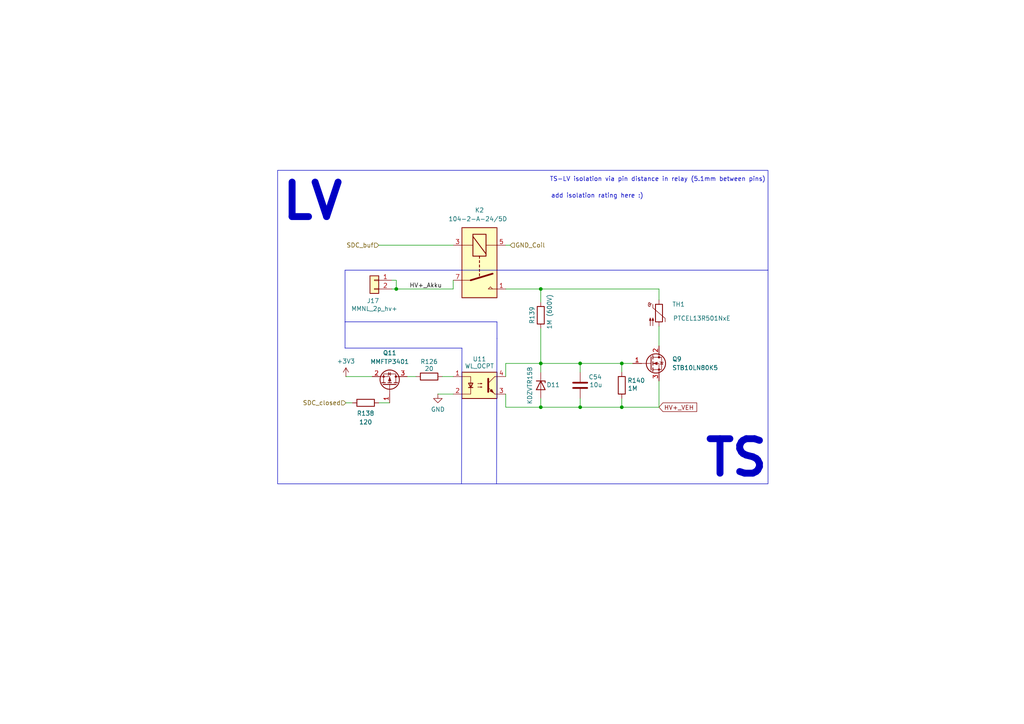
<source format=kicad_sch>
(kicad_sch
	(version 20231120)
	(generator "eeschema")
	(generator_version "8.0")
	(uuid "13e073e0-08f3-43ce-a5c5-b3a3660479c2")
	(paper "A4")
	(lib_symbols
		(symbol "Connector_Generic:Conn_01x02"
			(pin_names
				(offset 1.016) hide)
			(exclude_from_sim no)
			(in_bom yes)
			(on_board yes)
			(property "Reference" "J"
				(at 0 2.54 0)
				(effects
					(font
						(size 1.27 1.27)
					)
				)
			)
			(property "Value" "Conn_01x02"
				(at 0 -5.08 0)
				(effects
					(font
						(size 1.27 1.27)
					)
				)
			)
			(property "Footprint" ""
				(at 0 0 0)
				(effects
					(font
						(size 1.27 1.27)
					)
					(hide yes)
				)
			)
			(property "Datasheet" "~"
				(at 0 0 0)
				(effects
					(font
						(size 1.27 1.27)
					)
					(hide yes)
				)
			)
			(property "Description" "Generic connector, single row, 01x02, script generated (kicad-library-utils/schlib/autogen/connector/)"
				(at 0 0 0)
				(effects
					(font
						(size 1.27 1.27)
					)
					(hide yes)
				)
			)
			(property "ki_keywords" "connector"
				(at 0 0 0)
				(effects
					(font
						(size 1.27 1.27)
					)
					(hide yes)
				)
			)
			(property "ki_fp_filters" "Connector*:*_1x??_*"
				(at 0 0 0)
				(effects
					(font
						(size 1.27 1.27)
					)
					(hide yes)
				)
			)
			(symbol "Conn_01x02_1_1"
				(rectangle
					(start -1.27 -2.413)
					(end 0 -2.667)
					(stroke
						(width 0.1524)
						(type default)
					)
					(fill
						(type none)
					)
				)
				(rectangle
					(start -1.27 0.127)
					(end 0 -0.127)
					(stroke
						(width 0.1524)
						(type default)
					)
					(fill
						(type none)
					)
				)
				(rectangle
					(start -1.27 1.27)
					(end 1.27 -3.81)
					(stroke
						(width 0.254)
						(type default)
					)
					(fill
						(type background)
					)
				)
				(pin passive line
					(at -5.08 0 0)
					(length 3.81)
					(name "Pin_1"
						(effects
							(font
								(size 1.27 1.27)
							)
						)
					)
					(number "1"
						(effects
							(font
								(size 1.27 1.27)
							)
						)
					)
				)
				(pin passive line
					(at -5.08 -2.54 0)
					(length 3.81)
					(name "Pin_2"
						(effects
							(font
								(size 1.27 1.27)
							)
						)
					)
					(number "2"
						(effects
							(font
								(size 1.27 1.27)
							)
						)
					)
				)
			)
		)
		(symbol "Device:C"
			(pin_numbers hide)
			(pin_names
				(offset 0.254)
			)
			(exclude_from_sim no)
			(in_bom yes)
			(on_board yes)
			(property "Reference" "C"
				(at 0.635 2.54 0)
				(effects
					(font
						(size 1.27 1.27)
					)
					(justify left)
				)
			)
			(property "Value" "C"
				(at 0.635 -2.54 0)
				(effects
					(font
						(size 1.27 1.27)
					)
					(justify left)
				)
			)
			(property "Footprint" ""
				(at 0.9652 -3.81 0)
				(effects
					(font
						(size 1.27 1.27)
					)
					(hide yes)
				)
			)
			(property "Datasheet" "~"
				(at 0 0 0)
				(effects
					(font
						(size 1.27 1.27)
					)
					(hide yes)
				)
			)
			(property "Description" "Unpolarized capacitor"
				(at 0 0 0)
				(effects
					(font
						(size 1.27 1.27)
					)
					(hide yes)
				)
			)
			(property "ki_keywords" "cap capacitor"
				(at 0 0 0)
				(effects
					(font
						(size 1.27 1.27)
					)
					(hide yes)
				)
			)
			(property "ki_fp_filters" "C_*"
				(at 0 0 0)
				(effects
					(font
						(size 1.27 1.27)
					)
					(hide yes)
				)
			)
			(symbol "C_0_1"
				(polyline
					(pts
						(xy -2.032 -0.762) (xy 2.032 -0.762)
					)
					(stroke
						(width 0.508)
						(type default)
					)
					(fill
						(type none)
					)
				)
				(polyline
					(pts
						(xy -2.032 0.762) (xy 2.032 0.762)
					)
					(stroke
						(width 0.508)
						(type default)
					)
					(fill
						(type none)
					)
				)
			)
			(symbol "C_1_1"
				(pin passive line
					(at 0 3.81 270)
					(length 2.794)
					(name "~"
						(effects
							(font
								(size 1.27 1.27)
							)
						)
					)
					(number "1"
						(effects
							(font
								(size 1.27 1.27)
							)
						)
					)
				)
				(pin passive line
					(at 0 -3.81 90)
					(length 2.794)
					(name "~"
						(effects
							(font
								(size 1.27 1.27)
							)
						)
					)
					(number "2"
						(effects
							(font
								(size 1.27 1.27)
							)
						)
					)
				)
			)
		)
		(symbol "Device:D_Zener"
			(pin_numbers hide)
			(pin_names
				(offset 1.016) hide)
			(exclude_from_sim no)
			(in_bom yes)
			(on_board yes)
			(property "Reference" "D"
				(at 0 2.54 0)
				(effects
					(font
						(size 1.27 1.27)
					)
				)
			)
			(property "Value" "D_Zener"
				(at 0 -2.54 0)
				(effects
					(font
						(size 1.27 1.27)
					)
				)
			)
			(property "Footprint" ""
				(at 0 0 0)
				(effects
					(font
						(size 1.27 1.27)
					)
					(hide yes)
				)
			)
			(property "Datasheet" "~"
				(at 0 0 0)
				(effects
					(font
						(size 1.27 1.27)
					)
					(hide yes)
				)
			)
			(property "Description" "Zener diode"
				(at 0 0 0)
				(effects
					(font
						(size 1.27 1.27)
					)
					(hide yes)
				)
			)
			(property "ki_keywords" "diode"
				(at 0 0 0)
				(effects
					(font
						(size 1.27 1.27)
					)
					(hide yes)
				)
			)
			(property "ki_fp_filters" "TO-???* *_Diode_* *SingleDiode* D_*"
				(at 0 0 0)
				(effects
					(font
						(size 1.27 1.27)
					)
					(hide yes)
				)
			)
			(symbol "D_Zener_0_1"
				(polyline
					(pts
						(xy 1.27 0) (xy -1.27 0)
					)
					(stroke
						(width 0)
						(type default)
					)
					(fill
						(type none)
					)
				)
				(polyline
					(pts
						(xy -1.27 -1.27) (xy -1.27 1.27) (xy -0.762 1.27)
					)
					(stroke
						(width 0.254)
						(type default)
					)
					(fill
						(type none)
					)
				)
				(polyline
					(pts
						(xy 1.27 -1.27) (xy 1.27 1.27) (xy -1.27 0) (xy 1.27 -1.27)
					)
					(stroke
						(width 0.254)
						(type default)
					)
					(fill
						(type none)
					)
				)
			)
			(symbol "D_Zener_1_1"
				(pin passive line
					(at -3.81 0 0)
					(length 2.54)
					(name "K"
						(effects
							(font
								(size 1.27 1.27)
							)
						)
					)
					(number "1"
						(effects
							(font
								(size 1.27 1.27)
							)
						)
					)
				)
				(pin passive line
					(at 3.81 0 180)
					(length 2.54)
					(name "A"
						(effects
							(font
								(size 1.27 1.27)
							)
						)
					)
					(number "2"
						(effects
							(font
								(size 1.27 1.27)
							)
						)
					)
				)
			)
		)
		(symbol "Device:Q_PMOS_GSD"
			(pin_names
				(offset 0) hide)
			(exclude_from_sim no)
			(in_bom yes)
			(on_board yes)
			(property "Reference" "Q"
				(at 5.08 1.27 0)
				(effects
					(font
						(size 1.27 1.27)
					)
					(justify left)
				)
			)
			(property "Value" "Q_PMOS_GSD"
				(at 5.08 -1.27 0)
				(effects
					(font
						(size 1.27 1.27)
					)
					(justify left)
				)
			)
			(property "Footprint" ""
				(at 5.08 2.54 0)
				(effects
					(font
						(size 1.27 1.27)
					)
					(hide yes)
				)
			)
			(property "Datasheet" "~"
				(at 0 0 0)
				(effects
					(font
						(size 1.27 1.27)
					)
					(hide yes)
				)
			)
			(property "Description" "P-MOSFET transistor, gate/source/drain"
				(at 0 0 0)
				(effects
					(font
						(size 1.27 1.27)
					)
					(hide yes)
				)
			)
			(property "ki_keywords" "transistor PMOS P-MOS P-MOSFET"
				(at 0 0 0)
				(effects
					(font
						(size 1.27 1.27)
					)
					(hide yes)
				)
			)
			(symbol "Q_PMOS_GSD_0_1"
				(polyline
					(pts
						(xy 0.254 0) (xy -2.54 0)
					)
					(stroke
						(width 0)
						(type default)
					)
					(fill
						(type none)
					)
				)
				(polyline
					(pts
						(xy 0.254 1.905) (xy 0.254 -1.905)
					)
					(stroke
						(width 0.254)
						(type default)
					)
					(fill
						(type none)
					)
				)
				(polyline
					(pts
						(xy 0.762 -1.27) (xy 0.762 -2.286)
					)
					(stroke
						(width 0.254)
						(type default)
					)
					(fill
						(type none)
					)
				)
				(polyline
					(pts
						(xy 0.762 0.508) (xy 0.762 -0.508)
					)
					(stroke
						(width 0.254)
						(type default)
					)
					(fill
						(type none)
					)
				)
				(polyline
					(pts
						(xy 0.762 2.286) (xy 0.762 1.27)
					)
					(stroke
						(width 0.254)
						(type default)
					)
					(fill
						(type none)
					)
				)
				(polyline
					(pts
						(xy 2.54 2.54) (xy 2.54 1.778)
					)
					(stroke
						(width 0)
						(type default)
					)
					(fill
						(type none)
					)
				)
				(polyline
					(pts
						(xy 2.54 -2.54) (xy 2.54 0) (xy 0.762 0)
					)
					(stroke
						(width 0)
						(type default)
					)
					(fill
						(type none)
					)
				)
				(polyline
					(pts
						(xy 0.762 1.778) (xy 3.302 1.778) (xy 3.302 -1.778) (xy 0.762 -1.778)
					)
					(stroke
						(width 0)
						(type default)
					)
					(fill
						(type none)
					)
				)
				(polyline
					(pts
						(xy 2.286 0) (xy 1.27 0.381) (xy 1.27 -0.381) (xy 2.286 0)
					)
					(stroke
						(width 0)
						(type default)
					)
					(fill
						(type outline)
					)
				)
				(polyline
					(pts
						(xy 2.794 -0.508) (xy 2.921 -0.381) (xy 3.683 -0.381) (xy 3.81 -0.254)
					)
					(stroke
						(width 0)
						(type default)
					)
					(fill
						(type none)
					)
				)
				(polyline
					(pts
						(xy 3.302 -0.381) (xy 2.921 0.254) (xy 3.683 0.254) (xy 3.302 -0.381)
					)
					(stroke
						(width 0)
						(type default)
					)
					(fill
						(type none)
					)
				)
				(circle
					(center 1.651 0)
					(radius 2.794)
					(stroke
						(width 0.254)
						(type default)
					)
					(fill
						(type none)
					)
				)
				(circle
					(center 2.54 -1.778)
					(radius 0.254)
					(stroke
						(width 0)
						(type default)
					)
					(fill
						(type outline)
					)
				)
				(circle
					(center 2.54 1.778)
					(radius 0.254)
					(stroke
						(width 0)
						(type default)
					)
					(fill
						(type outline)
					)
				)
			)
			(symbol "Q_PMOS_GSD_1_1"
				(pin input line
					(at -5.08 0 0)
					(length 2.54)
					(name "G"
						(effects
							(font
								(size 1.27 1.27)
							)
						)
					)
					(number "1"
						(effects
							(font
								(size 1.27 1.27)
							)
						)
					)
				)
				(pin passive line
					(at 2.54 -5.08 90)
					(length 2.54)
					(name "S"
						(effects
							(font
								(size 1.27 1.27)
							)
						)
					)
					(number "2"
						(effects
							(font
								(size 1.27 1.27)
							)
						)
					)
				)
				(pin passive line
					(at 2.54 5.08 270)
					(length 2.54)
					(name "D"
						(effects
							(font
								(size 1.27 1.27)
							)
						)
					)
					(number "3"
						(effects
							(font
								(size 1.27 1.27)
							)
						)
					)
				)
			)
		)
		(symbol "Device:R"
			(pin_numbers hide)
			(pin_names
				(offset 0)
			)
			(exclude_from_sim no)
			(in_bom yes)
			(on_board yes)
			(property "Reference" "R"
				(at 2.032 0 90)
				(effects
					(font
						(size 1.27 1.27)
					)
				)
			)
			(property "Value" "R"
				(at 0 0 90)
				(effects
					(font
						(size 1.27 1.27)
					)
				)
			)
			(property "Footprint" ""
				(at -1.778 0 90)
				(effects
					(font
						(size 1.27 1.27)
					)
					(hide yes)
				)
			)
			(property "Datasheet" "~"
				(at 0 0 0)
				(effects
					(font
						(size 1.27 1.27)
					)
					(hide yes)
				)
			)
			(property "Description" "Resistor"
				(at 0 0 0)
				(effects
					(font
						(size 1.27 1.27)
					)
					(hide yes)
				)
			)
			(property "ki_keywords" "R res resistor"
				(at 0 0 0)
				(effects
					(font
						(size 1.27 1.27)
					)
					(hide yes)
				)
			)
			(property "ki_fp_filters" "R_*"
				(at 0 0 0)
				(effects
					(font
						(size 1.27 1.27)
					)
					(hide yes)
				)
			)
			(symbol "R_0_1"
				(rectangle
					(start -1.016 -2.54)
					(end 1.016 2.54)
					(stroke
						(width 0.254)
						(type default)
					)
					(fill
						(type none)
					)
				)
			)
			(symbol "R_1_1"
				(pin passive line
					(at 0 3.81 270)
					(length 1.27)
					(name "~"
						(effects
							(font
								(size 1.27 1.27)
							)
						)
					)
					(number "1"
						(effects
							(font
								(size 1.27 1.27)
							)
						)
					)
				)
				(pin passive line
					(at 0 -3.81 90)
					(length 1.27)
					(name "~"
						(effects
							(font
								(size 1.27 1.27)
							)
						)
					)
					(number "2"
						(effects
							(font
								(size 1.27 1.27)
							)
						)
					)
				)
			)
		)
		(symbol "Device:Thermistor_PTC"
			(pin_numbers hide)
			(pin_names
				(offset 0)
			)
			(exclude_from_sim no)
			(in_bom yes)
			(on_board yes)
			(property "Reference" "TH"
				(at -4.064 0 90)
				(effects
					(font
						(size 1.27 1.27)
					)
				)
			)
			(property "Value" "Thermistor_PTC"
				(at 3.048 0 90)
				(effects
					(font
						(size 1.27 1.27)
					)
				)
			)
			(property "Footprint" ""
				(at 1.27 -5.08 0)
				(effects
					(font
						(size 1.27 1.27)
					)
					(justify left)
					(hide yes)
				)
			)
			(property "Datasheet" "~"
				(at 0 0 0)
				(effects
					(font
						(size 1.27 1.27)
					)
					(hide yes)
				)
			)
			(property "Description" "Temperature dependent resistor, positive temperature coefficient"
				(at 0 0 0)
				(effects
					(font
						(size 1.27 1.27)
					)
					(hide yes)
				)
			)
			(property "ki_keywords" "resistor PTC thermistor sensor RTD"
				(at 0 0 0)
				(effects
					(font
						(size 1.27 1.27)
					)
					(hide yes)
				)
			)
			(property "ki_fp_filters" "*PTC* *Thermistor* PIN?ARRAY* bornier* *Terminal?Block* R_*"
				(at 0 0 0)
				(effects
					(font
						(size 1.27 1.27)
					)
					(hide yes)
				)
			)
			(symbol "Thermistor_PTC_0_1"
				(arc
					(start -3.048 2.159)
					(mid -3.0495 2.3143)
					(end -3.175 2.413)
					(stroke
						(width 0)
						(type default)
					)
					(fill
						(type none)
					)
				)
				(arc
					(start -3.048 2.159)
					(mid -2.9736 1.9794)
					(end -2.794 1.905)
					(stroke
						(width 0)
						(type default)
					)
					(fill
						(type none)
					)
				)
				(arc
					(start -3.048 2.794)
					(mid -2.9736 2.6144)
					(end -2.794 2.54)
					(stroke
						(width 0)
						(type default)
					)
					(fill
						(type none)
					)
				)
				(arc
					(start -2.794 1.905)
					(mid -2.6144 1.9794)
					(end -2.54 2.159)
					(stroke
						(width 0)
						(type default)
					)
					(fill
						(type none)
					)
				)
				(arc
					(start -2.794 2.54)
					(mid -2.4393 2.5587)
					(end -2.159 2.794)
					(stroke
						(width 0)
						(type default)
					)
					(fill
						(type none)
					)
				)
				(arc
					(start -2.794 3.048)
					(mid -2.9736 2.9736)
					(end -3.048 2.794)
					(stroke
						(width 0)
						(type default)
					)
					(fill
						(type none)
					)
				)
				(arc
					(start -2.54 2.794)
					(mid -2.6144 2.9736)
					(end -2.794 3.048)
					(stroke
						(width 0)
						(type default)
					)
					(fill
						(type none)
					)
				)
				(rectangle
					(start -1.016 2.54)
					(end 1.016 -2.54)
					(stroke
						(width 0.254)
						(type default)
					)
					(fill
						(type none)
					)
				)
				(polyline
					(pts
						(xy -2.54 2.159) (xy -2.54 2.794)
					)
					(stroke
						(width 0)
						(type default)
					)
					(fill
						(type none)
					)
				)
				(polyline
					(pts
						(xy -1.778 2.54) (xy -1.778 1.524) (xy 1.778 -1.524) (xy 1.778 -2.54)
					)
					(stroke
						(width 0)
						(type default)
					)
					(fill
						(type none)
					)
				)
				(polyline
					(pts
						(xy -2.54 -3.683) (xy -2.54 -1.397) (xy -2.794 -2.159) (xy -2.286 -2.159) (xy -2.54 -1.397) (xy -2.54 -1.651)
					)
					(stroke
						(width 0)
						(type default)
					)
					(fill
						(type outline)
					)
				)
				(polyline
					(pts
						(xy -1.778 -3.683) (xy -1.778 -1.397) (xy -2.032 -2.159) (xy -1.524 -2.159) (xy -1.778 -1.397)
						(xy -1.778 -1.651)
					)
					(stroke
						(width 0)
						(type default)
					)
					(fill
						(type outline)
					)
				)
			)
			(symbol "Thermistor_PTC_1_1"
				(pin passive line
					(at 0 3.81 270)
					(length 1.27)
					(name "~"
						(effects
							(font
								(size 1.27 1.27)
							)
						)
					)
					(number "1"
						(effects
							(font
								(size 1.27 1.27)
							)
						)
					)
				)
				(pin passive line
					(at 0 -3.81 90)
					(length 1.27)
					(name "~"
						(effects
							(font
								(size 1.27 1.27)
							)
						)
					)
					(number "2"
						(effects
							(font
								(size 1.27 1.27)
							)
						)
					)
				)
			)
		)
		(symbol "Isolator:FODM217A"
			(exclude_from_sim no)
			(in_bom yes)
			(on_board yes)
			(property "Reference" "U4"
				(at 1.27 7.62 0)
				(effects
					(font
						(size 1.27 1.27)
					)
				)
			)
			(property "Value" "WL_OCDA"
				(at 1.27 5.588 0)
				(effects
					(font
						(size 1.27 1.27)
					)
				)
			)
			(property "Footprint" "Package_SO:SOP-4_4.4x2.6mm_P1.27mm"
				(at 0 -5.08 0)
				(effects
					(font
						(size 1.27 1.27)
						(italic yes)
					)
					(hide yes)
				)
			)
			(property "Datasheet" ""
				(at 0 0 0)
				(effects
					(font
						(size 1.27 1.27)
					)
					(justify left)
					(hide yes)
				)
			)
			(property "Description" "141352145000"
				(at 0 0 0)
				(effects
					(font
						(size 1.27 1.27)
					)
					(hide yes)
				)
			)
			(property "ki_keywords" "DC Phototransistor Optocoupler"
				(at 0 0 0)
				(effects
					(font
						(size 1.27 1.27)
					)
					(hide yes)
				)
			)
			(property "ki_fp_filters" "SOP*4.4x2.6mm*P1.27mm*"
				(at 0 0 0)
				(effects
					(font
						(size 1.27 1.27)
					)
					(hide yes)
				)
			)
			(symbol "FODM217A_0_1"
				(rectangle
					(start -5.08 3.81)
					(end 5.08 -3.81)
					(stroke
						(width 0.254)
						(type default)
					)
					(fill
						(type background)
					)
				)
				(polyline
					(pts
						(xy -3.175 -0.635) (xy -1.905 -0.635)
					)
					(stroke
						(width 0.254)
						(type default)
					)
					(fill
						(type none)
					)
				)
				(polyline
					(pts
						(xy 2.54 0.635) (xy 4.445 2.54)
					)
					(stroke
						(width 0)
						(type default)
					)
					(fill
						(type none)
					)
				)
				(polyline
					(pts
						(xy 4.445 -2.54) (xy 2.54 -0.635)
					)
					(stroke
						(width 0)
						(type default)
					)
					(fill
						(type outline)
					)
				)
				(polyline
					(pts
						(xy 4.445 -2.54) (xy 5.08 -2.54)
					)
					(stroke
						(width 0)
						(type default)
					)
					(fill
						(type none)
					)
				)
				(polyline
					(pts
						(xy 4.445 2.54) (xy 5.08 2.54)
					)
					(stroke
						(width 0)
						(type default)
					)
					(fill
						(type none)
					)
				)
				(polyline
					(pts
						(xy -5.08 2.54) (xy -2.54 2.54) (xy -2.54 -0.635)
					)
					(stroke
						(width 0)
						(type default)
					)
					(fill
						(type none)
					)
				)
				(polyline
					(pts
						(xy -2.54 -0.635) (xy -2.54 -2.54) (xy -5.08 -2.54)
					)
					(stroke
						(width 0)
						(type default)
					)
					(fill
						(type none)
					)
				)
				(polyline
					(pts
						(xy 2.54 1.905) (xy 2.54 -1.905) (xy 2.54 -1.905)
					)
					(stroke
						(width 0.508)
						(type default)
					)
					(fill
						(type none)
					)
				)
				(polyline
					(pts
						(xy -2.54 -0.635) (xy -3.175 0.635) (xy -1.905 0.635) (xy -2.54 -0.635)
					)
					(stroke
						(width 0.254)
						(type default)
					)
					(fill
						(type none)
					)
				)
				(polyline
					(pts
						(xy -0.508 -0.508) (xy 0.762 -0.508) (xy 0.381 -0.635) (xy 0.381 -0.381) (xy 0.762 -0.508)
					)
					(stroke
						(width 0)
						(type default)
					)
					(fill
						(type none)
					)
				)
				(polyline
					(pts
						(xy -0.508 0.508) (xy 0.762 0.508) (xy 0.381 0.381) (xy 0.381 0.635) (xy 0.762 0.508)
					)
					(stroke
						(width 0)
						(type default)
					)
					(fill
						(type none)
					)
				)
				(polyline
					(pts
						(xy 3.048 -1.651) (xy 3.556 -1.143) (xy 4.064 -2.159) (xy 3.048 -1.651) (xy 3.048 -1.651)
					)
					(stroke
						(width 0)
						(type default)
					)
					(fill
						(type outline)
					)
				)
			)
			(symbol "FODM217A_1_1"
				(pin passive line
					(at -7.62 2.54 0)
					(length 2.54)
					(name "~"
						(effects
							(font
								(size 1.27 1.27)
							)
						)
					)
					(number "1"
						(effects
							(font
								(size 1.27 1.27)
							)
						)
					)
				)
				(pin passive line
					(at -7.62 -2.54 0)
					(length 2.54)
					(name "~"
						(effects
							(font
								(size 1.27 1.27)
							)
						)
					)
					(number "2"
						(effects
							(font
								(size 1.27 1.27)
							)
						)
					)
				)
				(pin passive line
					(at 7.62 -2.54 180)
					(length 2.54)
					(name "~"
						(effects
							(font
								(size 1.27 1.27)
							)
						)
					)
					(number "3"
						(effects
							(font
								(size 1.27 1.27)
							)
						)
					)
				)
				(pin passive line
					(at 7.62 2.54 180)
					(length 2.54)
					(name "~"
						(effects
							(font
								(size 1.27 1.27)
							)
						)
					)
					(number "4"
						(effects
							(font
								(size 1.27 1.27)
							)
						)
					)
				)
			)
		)
		(symbol "Relay:Relay_SPST-NO"
			(exclude_from_sim no)
			(in_bom yes)
			(on_board yes)
			(property "Reference" "K2"
				(at -15.24 0 90)
				(effects
					(font
						(size 1.27 1.27)
					)
				)
			)
			(property "Value" "104-2-A-24/1D "
				(at -12.7 0 90)
				(effects
					(font
						(size 1.27 1.27)
					)
				)
			)
			(property "Footprint" "104-2-A-24_1D:1042A122D"
				(at 11.43 -1.27 0)
				(effects
					(font
						(size 1.27 1.27)
					)
					(justify left)
					(hide yes)
				)
			)
			(property "Datasheet" "https://www.pickeringrelay.com/pdfs/104-high-voltage-sil-reed-relays.pdf"
				(at 0 0 0)
				(effects
					(font
						(size 1.27 1.27)
					)
					(hide yes)
				)
			)
			(property "Description" "Relay SPST, Normally Open, EN50005"
				(at 0 0 0)
				(effects
					(font
						(size 1.27 1.27)
					)
					(hide yes)
				)
			)
			(property "ki_keywords" "Single Pole Relay SPST NO"
				(at 0 0 0)
				(effects
					(font
						(size 1.27 1.27)
					)
					(hide yes)
				)
			)
			(property "ki_fp_filters" "Relay?SPST*"
				(at 0 0 0)
				(effects
					(font
						(size 1.27 1.27)
					)
					(hide yes)
				)
			)
			(symbol "Relay_SPST-NO_0_0"
				(polyline
					(pts
						(xy 7.62 5.08) (xy 7.62 2.54) (xy 6.985 3.175) (xy 7.62 3.81)
					)
					(stroke
						(width 0)
						(type default)
					)
					(fill
						(type none)
					)
				)
			)
			(symbol "Relay_SPST-NO_0_1"
				(rectangle
					(start -10.16 5.08)
					(end 10.16 -5.08)
					(stroke
						(width 0.254)
						(type default)
					)
					(fill
						(type background)
					)
				)
				(rectangle
					(start -8.255 1.905)
					(end -1.905 -1.905)
					(stroke
						(width 0.254)
						(type default)
					)
					(fill
						(type none)
					)
				)
				(polyline
					(pts
						(xy -7.62 -1.905) (xy -2.54 1.905)
					)
					(stroke
						(width 0.254)
						(type default)
					)
					(fill
						(type none)
					)
				)
				(polyline
					(pts
						(xy -5.08 -5.08) (xy -5.08 -1.905)
					)
					(stroke
						(width 0)
						(type default)
					)
					(fill
						(type none)
					)
				)
				(polyline
					(pts
						(xy -5.08 5.08) (xy -5.08 1.905)
					)
					(stroke
						(width 0)
						(type default)
					)
					(fill
						(type none)
					)
				)
				(polyline
					(pts
						(xy -1.905 0) (xy -1.27 0)
					)
					(stroke
						(width 0.254)
						(type default)
					)
					(fill
						(type none)
					)
				)
				(polyline
					(pts
						(xy -0.635 0) (xy 0 0)
					)
					(stroke
						(width 0.254)
						(type default)
					)
					(fill
						(type none)
					)
				)
				(polyline
					(pts
						(xy 0.635 0) (xy 1.27 0)
					)
					(stroke
						(width 0.254)
						(type default)
					)
					(fill
						(type none)
					)
				)
				(polyline
					(pts
						(xy 1.905 0) (xy 2.54 0)
					)
					(stroke
						(width 0.254)
						(type default)
					)
					(fill
						(type none)
					)
				)
				(polyline
					(pts
						(xy 3.175 0) (xy 3.81 0)
					)
					(stroke
						(width 0.254)
						(type default)
					)
					(fill
						(type none)
					)
				)
				(polyline
					(pts
						(xy 5.08 -2.54) (xy 3.175 3.81)
					)
					(stroke
						(width 0.508)
						(type default)
					)
					(fill
						(type none)
					)
				)
				(polyline
					(pts
						(xy 5.08 -2.54) (xy 5.08 -5.08)
					)
					(stroke
						(width 0)
						(type default)
					)
					(fill
						(type none)
					)
				)
			)
			(symbol "Relay_SPST-NO_1_1"
				(pin passive line
					(at 7.62 7.62 270)
					(length 2.54)
					(name "~"
						(effects
							(font
								(size 1.27 1.27)
							)
						)
					)
					(number "1"
						(effects
							(font
								(size 1.27 1.27)
							)
						)
					)
				)
				(pin passive line
					(at -5.08 -7.62 90)
					(length 2.54)
					(name "~"
						(effects
							(font
								(size 1.27 1.27)
							)
						)
					)
					(number "3"
						(effects
							(font
								(size 1.27 1.27)
							)
						)
					)
				)
				(pin passive line
					(at -5.08 7.62 270)
					(length 2.54)
					(name "~"
						(effects
							(font
								(size 1.27 1.27)
							)
						)
					)
					(number "5"
						(effects
							(font
								(size 1.27 1.27)
							)
						)
					)
				)
				(pin passive line
					(at 5.08 -7.62 90)
					(length 2.54)
					(name "~"
						(effects
							(font
								(size 1.27 1.27)
							)
						)
					)
					(number "7"
						(effects
							(font
								(size 1.27 1.27)
							)
						)
					)
				)
			)
		)
		(symbol "Transistor_FET:STB15N80K5"
			(pin_names hide)
			(exclude_from_sim no)
			(in_bom yes)
			(on_board yes)
			(property "Reference" "Q"
				(at 5.08 1.905 0)
				(effects
					(font
						(size 1.27 1.27)
					)
					(justify left)
				)
			)
			(property "Value" "STB15N80K5"
				(at 5.08 0 0)
				(effects
					(font
						(size 1.27 1.27)
					)
					(justify left)
				)
			)
			(property "Footprint" "Package_TO_SOT_SMD:TO-263-2"
				(at 5.08 -1.905 0)
				(effects
					(font
						(size 1.27 1.27)
						(italic yes)
					)
					(justify left)
					(hide yes)
				)
			)
			(property "Datasheet" "https://www.st.com/resource/en/datasheet/stb15n80k5.pdf"
				(at 5.08 -3.81 0)
				(effects
					(font
						(size 1.27 1.27)
					)
					(justify left)
					(hide yes)
				)
			)
			(property "Description" "14A Id, 800V Vds, N-Channel MOSFET, 375mOhm Ron, D2PAK"
				(at 0 0 0)
				(effects
					(font
						(size 1.27 1.27)
					)
					(hide yes)
				)
			)
			(property "ki_keywords" "N-Channel MOSFET"
				(at 0 0 0)
				(effects
					(font
						(size 1.27 1.27)
					)
					(hide yes)
				)
			)
			(property "ki_fp_filters" "TO?263*"
				(at 0 0 0)
				(effects
					(font
						(size 1.27 1.27)
					)
					(hide yes)
				)
			)
			(symbol "STB15N80K5_0_1"
				(polyline
					(pts
						(xy 0.254 0) (xy -2.54 0)
					)
					(stroke
						(width 0)
						(type default)
					)
					(fill
						(type none)
					)
				)
				(polyline
					(pts
						(xy 0.254 1.905) (xy 0.254 -1.905)
					)
					(stroke
						(width 0.254)
						(type default)
					)
					(fill
						(type none)
					)
				)
				(polyline
					(pts
						(xy 0.762 -1.27) (xy 0.762 -2.286)
					)
					(stroke
						(width 0.254)
						(type default)
					)
					(fill
						(type none)
					)
				)
				(polyline
					(pts
						(xy 0.762 0.508) (xy 0.762 -0.508)
					)
					(stroke
						(width 0.254)
						(type default)
					)
					(fill
						(type none)
					)
				)
				(polyline
					(pts
						(xy 0.762 2.286) (xy 0.762 1.27)
					)
					(stroke
						(width 0.254)
						(type default)
					)
					(fill
						(type none)
					)
				)
				(polyline
					(pts
						(xy 2.54 2.54) (xy 2.54 1.778)
					)
					(stroke
						(width 0)
						(type default)
					)
					(fill
						(type none)
					)
				)
				(polyline
					(pts
						(xy 2.54 -2.54) (xy 2.54 0) (xy 0.762 0)
					)
					(stroke
						(width 0)
						(type default)
					)
					(fill
						(type none)
					)
				)
				(polyline
					(pts
						(xy 0.762 -1.778) (xy 3.302 -1.778) (xy 3.302 1.778) (xy 0.762 1.778)
					)
					(stroke
						(width 0)
						(type default)
					)
					(fill
						(type none)
					)
				)
				(polyline
					(pts
						(xy 1.016 0) (xy 2.032 0.381) (xy 2.032 -0.381) (xy 1.016 0)
					)
					(stroke
						(width 0)
						(type default)
					)
					(fill
						(type outline)
					)
				)
				(polyline
					(pts
						(xy 2.794 0.508) (xy 2.921 0.381) (xy 3.683 0.381) (xy 3.81 0.254)
					)
					(stroke
						(width 0)
						(type default)
					)
					(fill
						(type none)
					)
				)
				(polyline
					(pts
						(xy 3.302 0.381) (xy 2.921 -0.254) (xy 3.683 -0.254) (xy 3.302 0.381)
					)
					(stroke
						(width 0)
						(type default)
					)
					(fill
						(type none)
					)
				)
				(circle
					(center 1.651 0)
					(radius 2.794)
					(stroke
						(width 0.254)
						(type default)
					)
					(fill
						(type none)
					)
				)
				(circle
					(center 2.54 -1.778)
					(radius 0.254)
					(stroke
						(width 0)
						(type default)
					)
					(fill
						(type outline)
					)
				)
				(circle
					(center 2.54 1.778)
					(radius 0.254)
					(stroke
						(width 0)
						(type default)
					)
					(fill
						(type outline)
					)
				)
			)
			(symbol "STB15N80K5_1_1"
				(pin passive line
					(at -5.08 0 0)
					(length 2.54)
					(name "G"
						(effects
							(font
								(size 1.27 1.27)
							)
						)
					)
					(number "1"
						(effects
							(font
								(size 1.27 1.27)
							)
						)
					)
				)
				(pin passive line
					(at 2.54 5.08 270)
					(length 2.54)
					(name "D"
						(effects
							(font
								(size 1.27 1.27)
							)
						)
					)
					(number "2"
						(effects
							(font
								(size 1.27 1.27)
							)
						)
					)
				)
				(pin passive line
					(at 2.54 -5.08 90)
					(length 2.54)
					(name "S"
						(effects
							(font
								(size 1.27 1.27)
							)
						)
					)
					(number "3"
						(effects
							(font
								(size 1.27 1.27)
							)
						)
					)
				)
			)
		)
		(symbol "power:+3V3"
			(power)
			(pin_numbers hide)
			(pin_names
				(offset 0) hide)
			(exclude_from_sim no)
			(in_bom yes)
			(on_board yes)
			(property "Reference" "#PWR"
				(at 0 -3.81 0)
				(effects
					(font
						(size 1.27 1.27)
					)
					(hide yes)
				)
			)
			(property "Value" "+3V3"
				(at 0 3.556 0)
				(effects
					(font
						(size 1.27 1.27)
					)
				)
			)
			(property "Footprint" ""
				(at 0 0 0)
				(effects
					(font
						(size 1.27 1.27)
					)
					(hide yes)
				)
			)
			(property "Datasheet" ""
				(at 0 0 0)
				(effects
					(font
						(size 1.27 1.27)
					)
					(hide yes)
				)
			)
			(property "Description" "Power symbol creates a global label with name \"+3V3\""
				(at 0 0 0)
				(effects
					(font
						(size 1.27 1.27)
					)
					(hide yes)
				)
			)
			(property "ki_keywords" "global power"
				(at 0 0 0)
				(effects
					(font
						(size 1.27 1.27)
					)
					(hide yes)
				)
			)
			(symbol "+3V3_0_1"
				(polyline
					(pts
						(xy -0.762 1.27) (xy 0 2.54)
					)
					(stroke
						(width 0)
						(type default)
					)
					(fill
						(type none)
					)
				)
				(polyline
					(pts
						(xy 0 0) (xy 0 2.54)
					)
					(stroke
						(width 0)
						(type default)
					)
					(fill
						(type none)
					)
				)
				(polyline
					(pts
						(xy 0 2.54) (xy 0.762 1.27)
					)
					(stroke
						(width 0)
						(type default)
					)
					(fill
						(type none)
					)
				)
			)
			(symbol "+3V3_1_1"
				(pin power_in line
					(at 0 0 90)
					(length 0)
					(name "~"
						(effects
							(font
								(size 1.27 1.27)
							)
						)
					)
					(number "1"
						(effects
							(font
								(size 1.27 1.27)
							)
						)
					)
				)
			)
		)
		(symbol "power:GND"
			(power)
			(pin_numbers hide)
			(pin_names
				(offset 0) hide)
			(exclude_from_sim no)
			(in_bom yes)
			(on_board yes)
			(property "Reference" "#PWR"
				(at 0 -6.35 0)
				(effects
					(font
						(size 1.27 1.27)
					)
					(hide yes)
				)
			)
			(property "Value" "GND"
				(at 0 -3.81 0)
				(effects
					(font
						(size 1.27 1.27)
					)
				)
			)
			(property "Footprint" ""
				(at 0 0 0)
				(effects
					(font
						(size 1.27 1.27)
					)
					(hide yes)
				)
			)
			(property "Datasheet" ""
				(at 0 0 0)
				(effects
					(font
						(size 1.27 1.27)
					)
					(hide yes)
				)
			)
			(property "Description" "Power symbol creates a global label with name \"GND\" , ground"
				(at 0 0 0)
				(effects
					(font
						(size 1.27 1.27)
					)
					(hide yes)
				)
			)
			(property "ki_keywords" "global power"
				(at 0 0 0)
				(effects
					(font
						(size 1.27 1.27)
					)
					(hide yes)
				)
			)
			(symbol "GND_0_1"
				(polyline
					(pts
						(xy 0 0) (xy 0 -1.27) (xy 1.27 -1.27) (xy 0 -2.54) (xy -1.27 -1.27) (xy 0 -1.27)
					)
					(stroke
						(width 0)
						(type default)
					)
					(fill
						(type none)
					)
				)
			)
			(symbol "GND_1_1"
				(pin power_in line
					(at 0 0 270)
					(length 0)
					(name "~"
						(effects
							(font
								(size 1.27 1.27)
							)
						)
					)
					(number "1"
						(effects
							(font
								(size 1.27 1.27)
							)
						)
					)
				)
			)
		)
	)
	(junction
		(at 180.34 118.11)
		(diameter 0)
		(color 0 0 0 0)
		(uuid "3dbcd1f7-cab8-4b17-b9b1-292d82bbd200")
	)
	(junction
		(at 156.845 118.11)
		(diameter 0)
		(color 0 0 0 0)
		(uuid "46531e1a-bdd5-41a7-8f23-684e19d65934")
	)
	(junction
		(at 114.935 83.82)
		(diameter 0)
		(color 0 0 0 0)
		(uuid "69126a6c-e8f2-4642-8ec4-253f40d4767e")
	)
	(junction
		(at 156.845 105.41)
		(diameter 0)
		(color 0 0 0 0)
		(uuid "8a3ade5b-770f-4493-9fd9-a08b40e0beab")
	)
	(junction
		(at 168.275 105.41)
		(diameter 0)
		(color 0 0 0 0)
		(uuid "91744895-41af-4831-b47d-b4b860b19d65")
	)
	(junction
		(at 180.34 105.41)
		(diameter 0)
		(color 0 0 0 0)
		(uuid "9f696f8c-4a1b-4fa2-bcfb-3d8ab899a9dc")
	)
	(junction
		(at 156.845 83.82)
		(diameter 0)
		(color 0 0 0 0)
		(uuid "a5fcc108-7dc8-4be1-9b6d-f2f3c2c67209")
	)
	(junction
		(at 168.275 118.11)
		(diameter 0)
		(color 0 0 0 0)
		(uuid "aa11f6ca-e8c8-4758-99cd-70230615c32f")
	)
	(wire
		(pts
			(xy 191.135 94.615) (xy 191.135 100.33)
		)
		(stroke
			(width 0)
			(type default)
		)
		(uuid "0aee1144-2e02-44b4-96c5-8dffa94d6bd9")
	)
	(wire
		(pts
			(xy 114.935 83.82) (xy 131.445 83.82)
		)
		(stroke
			(width 0)
			(type default)
		)
		(uuid "0c0d2e09-8716-4761-9d55-4fa087676277")
	)
	(wire
		(pts
			(xy 168.275 118.11) (xy 180.34 118.11)
		)
		(stroke
			(width 0)
			(type default)
		)
		(uuid "11cd3966-2715-4663-8e83-e0f4ab2fbd53")
	)
	(wire
		(pts
			(xy 168.275 105.41) (xy 180.34 105.41)
		)
		(stroke
			(width 0)
			(type default)
		)
		(uuid "188a7d13-480a-4bf3-b53c-806c85da4d84")
	)
	(wire
		(pts
			(xy 114.935 81.28) (xy 114.935 83.82)
		)
		(stroke
			(width 0)
			(type default)
		)
		(uuid "23dc4324-5ceb-4b81-8666-ce60ce4e4852")
	)
	(wire
		(pts
			(xy 168.275 105.41) (xy 168.275 107.95)
		)
		(stroke
			(width 0)
			(type default)
		)
		(uuid "2df9f9ee-1255-4532-b37d-057fba8f308c")
	)
	(polyline
		(pts
			(xy 100.076 93.345) (xy 144.145 93.345)
		)
		(stroke
			(width 0)
			(type default)
		)
		(uuid "321acafe-3573-4299-8869-ed89606ad628")
	)
	(wire
		(pts
			(xy 180.34 105.41) (xy 180.34 107.95)
		)
		(stroke
			(width 0)
			(type default)
		)
		(uuid "38f200ac-dcb1-45e1-87fc-4de3de0c48fd")
	)
	(wire
		(pts
			(xy 156.845 83.82) (xy 191.135 83.82)
		)
		(stroke
			(width 0)
			(type default)
		)
		(uuid "3df13b28-3e20-47d9-88da-ef18b2b18b64")
	)
	(polyline
		(pts
			(xy 144.145 93.345) (xy 144.145 98.171)
		)
		(stroke
			(width 0)
			(type default)
		)
		(uuid "45402191-42fa-4634-b74c-9c15fccaffe9")
	)
	(wire
		(pts
			(xy 146.685 83.82) (xy 156.845 83.82)
		)
		(stroke
			(width 0)
			(type default)
		)
		(uuid "47883bfe-b59a-480c-b612-adbae2070ec5")
	)
	(polyline
		(pts
			(xy 133.985 100.965) (xy 133.858 140.335)
		)
		(stroke
			(width 0)
			(type default)
		)
		(uuid "4bbac1db-540d-4610-ac88-665ebd88af5f")
	)
	(polyline
		(pts
			(xy 100.076 78.359) (xy 222.758 78.359)
		)
		(stroke
			(width 0)
			(type default)
		)
		(uuid "5f95c404-bf5b-4662-870c-4347ee10ac5f")
	)
	(wire
		(pts
			(xy 156.845 105.41) (xy 168.275 105.41)
		)
		(stroke
			(width 0)
			(type default)
		)
		(uuid "649f3ea8-87c5-44ff-9fe8-2507ae918646")
	)
	(wire
		(pts
			(xy 156.845 118.11) (xy 168.275 118.11)
		)
		(stroke
			(width 0)
			(type default)
		)
		(uuid "65c93360-b3bd-4344-ad0b-21d4300033a3")
	)
	(wire
		(pts
			(xy 156.845 105.41) (xy 156.845 107.95)
		)
		(stroke
			(width 0)
			(type default)
		)
		(uuid "71e5a1f0-e80e-4206-bf9b-fb236ed56a8d")
	)
	(wire
		(pts
			(xy 180.34 118.11) (xy 191.135 118.11)
		)
		(stroke
			(width 0)
			(type default)
		)
		(uuid "77524435-973d-41c6-80fe-170bcdca451a")
	)
	(wire
		(pts
			(xy 168.275 115.57) (xy 168.275 118.11)
		)
		(stroke
			(width 0)
			(type default)
		)
		(uuid "7af2f117-1298-4209-8fb5-24eb66566906")
	)
	(polyline
		(pts
			(xy 100.076 93.345) (xy 100.076 78.359)
		)
		(stroke
			(width 0)
			(type default)
		)
		(uuid "7b95d099-c93c-4803-be45-48f63d7fd4f7")
	)
	(wire
		(pts
			(xy 118.11 109.22) (xy 120.65 109.22)
		)
		(stroke
			(width 0)
			(type default)
		)
		(uuid "7ff20e4a-1c1e-4c16-b851-d6faaebdefa9")
	)
	(wire
		(pts
			(xy 113.665 81.28) (xy 114.935 81.28)
		)
		(stroke
			(width 0)
			(type default)
		)
		(uuid "84c2178c-1ef5-4dfe-b9fe-d0f271bc60b8")
	)
	(wire
		(pts
			(xy 191.135 110.49) (xy 191.135 118.11)
		)
		(stroke
			(width 0)
			(type default)
		)
		(uuid "86f21e71-289f-439f-9a57-2d084789c941")
	)
	(wire
		(pts
			(xy 100.33 109.22) (xy 107.95 109.22)
		)
		(stroke
			(width 0)
			(type default)
		)
		(uuid "8903d419-78b9-405d-b61e-32f8e5bd5c8c")
	)
	(wire
		(pts
			(xy 180.34 105.41) (xy 183.515 105.41)
		)
		(stroke
			(width 0)
			(type default)
		)
		(uuid "8a2e8b0a-e03a-4203-81fd-f4823bb2ab24")
	)
	(wire
		(pts
			(xy 156.845 83.82) (xy 156.845 87.63)
		)
		(stroke
			(width 0)
			(type default)
		)
		(uuid "90284ef2-8994-4123-90ce-7b89ac9afda7")
	)
	(polyline
		(pts
			(xy 144.145 98.171) (xy 144.018 140.335)
		)
		(stroke
			(width 0)
			(type default)
		)
		(uuid "a185e4d3-af28-47c0-8286-f94c04d143e4")
	)
	(wire
		(pts
			(xy 156.845 95.25) (xy 156.845 105.41)
		)
		(stroke
			(width 0)
			(type default)
		)
		(uuid "a2e29407-97b6-4f9e-b236-94251b6d80de")
	)
	(polyline
		(pts
			(xy 133.985 100.965) (xy 100.076 100.965)
		)
		(stroke
			(width 0)
			(type default)
		)
		(uuid "aeb1fc20-a42d-4d33-ad16-92d90a0eaf18")
	)
	(polyline
		(pts
			(xy 100.076 100.965) (xy 100.076 93.345)
		)
		(stroke
			(width 0)
			(type default)
		)
		(uuid "af056529-da28-41b1-b44b-4f30cd6801c3")
	)
	(wire
		(pts
			(xy 146.685 109.22) (xy 146.685 105.41)
		)
		(stroke
			(width 0)
			(type default)
		)
		(uuid "af9f51eb-c598-4fb2-9f27-9cc5a2fdb70f")
	)
	(wire
		(pts
			(xy 156.845 115.57) (xy 156.845 118.11)
		)
		(stroke
			(width 0)
			(type default)
		)
		(uuid "b97328ff-6eec-4f96-ab9c-ed0ceff3e016")
	)
	(wire
		(pts
			(xy 156.845 105.41) (xy 146.685 105.41)
		)
		(stroke
			(width 0)
			(type default)
		)
		(uuid "b98372b8-4671-42b6-9529-8ffde6bcd393")
	)
	(wire
		(pts
			(xy 146.685 114.3) (xy 146.685 118.11)
		)
		(stroke
			(width 0)
			(type default)
		)
		(uuid "b9d5f677-7b0e-4809-8678-c43987839e39")
	)
	(wire
		(pts
			(xy 109.855 71.12) (xy 131.445 71.12)
		)
		(stroke
			(width 0)
			(type default)
		)
		(uuid "c3e50f85-f138-453b-815f-ea457a483eed")
	)
	(wire
		(pts
			(xy 180.34 115.57) (xy 180.34 118.11)
		)
		(stroke
			(width 0)
			(type default)
		)
		(uuid "c3f487d0-d47f-4eb1-bcf4-c0a9bcf0c327")
	)
	(wire
		(pts
			(xy 100.33 116.84) (xy 102.235 116.84)
		)
		(stroke
			(width 0)
			(type default)
		)
		(uuid "c9f2d5b5-73aa-4188-9972-9ea16cbb1c77")
	)
	(wire
		(pts
			(xy 146.685 118.11) (xy 156.845 118.11)
		)
		(stroke
			(width 0)
			(type default)
		)
		(uuid "caf0888e-7bf2-42b3-a2c4-fefc602f9c43")
	)
	(wire
		(pts
			(xy 131.445 81.28) (xy 131.445 83.82)
		)
		(stroke
			(width 0)
			(type default)
		)
		(uuid "d50720fa-b3fe-40f9-b348-cff8df1bfe05")
	)
	(wire
		(pts
			(xy 109.855 116.84) (xy 113.03 116.84)
		)
		(stroke
			(width 0)
			(type default)
		)
		(uuid "db808ece-3152-4fac-9933-65ae3ed71a23")
	)
	(wire
		(pts
			(xy 147.955 71.12) (xy 146.685 71.12)
		)
		(stroke
			(width 0)
			(type default)
		)
		(uuid "e2c8f334-2c5d-47a0-97ed-69546a1b7763")
	)
	(wire
		(pts
			(xy 128.27 109.22) (xy 131.445 109.22)
		)
		(stroke
			(width 0)
			(type default)
		)
		(uuid "e75cfa60-c666-4d1b-9876-7c5fa0089fe7")
	)
	(wire
		(pts
			(xy 113.665 83.82) (xy 114.935 83.82)
		)
		(stroke
			(width 0)
			(type default)
		)
		(uuid "e7d27540-8586-47dd-8183-bf85a1490827")
	)
	(wire
		(pts
			(xy 191.135 83.82) (xy 191.135 86.995)
		)
		(stroke
			(width 0)
			(type default)
		)
		(uuid "ea04d968-d543-43a7-9ef1-ba20341d6966")
	)
	(wire
		(pts
			(xy 127 114.3) (xy 131.445 114.3)
		)
		(stroke
			(width 0)
			(type default)
		)
		(uuid "fe035484-ce2c-4335-baed-2ff1400e82dc")
	)
	(rectangle
		(start 80.518 49.403)
		(end 222.758 140.335)
		(stroke
			(width 0)
			(type default)
		)
		(fill
			(type none)
		)
		(uuid ee2088ca-3247-4b07-8e05-80ea9bc53a28)
	)
	(text "LV"
		(exclude_from_sim no)
		(at 81.026 58.547 0)
		(effects
			(font
				(size 10 10)
				(thickness 2)
				(bold yes)
			)
			(justify left)
		)
		(uuid "4bf667c7-6d83-4e70-8138-986a1f12963f")
	)
	(text "TS-LV isolation via pin distance in relay (5.1mm between pins)"
		(exclude_from_sim no)
		(at 190.754 52.07 0)
		(effects
			(font
				(size 1.27 1.27)
			)
		)
		(uuid "c69b28a8-d82d-4948-82c3-90be39d78203")
	)
	(text "TS"
		(exclude_from_sim no)
		(at 203.708 132.969 0)
		(effects
			(font
				(size 10 10)
				(thickness 2)
				(bold yes)
			)
			(justify left)
		)
		(uuid "d0980a2d-0eca-4408-8d7c-96c1603edca8")
	)
	(text "add isolation rating here :)"
		(exclude_from_sim no)
		(at 173.228 56.896 0)
		(effects
			(font
				(size 1.27 1.27)
			)
		)
		(uuid "d9364e3a-baff-41e1-a2f8-eca54a1d6f77")
	)
	(label "HV+_Akku"
		(at 118.745 83.82 0)
		(fields_autoplaced yes)
		(effects
			(font
				(size 1.27 1.27)
			)
			(justify left bottom)
		)
		(uuid "8eff45bd-ed8a-4b71-87bf-5426072cd90e")
	)
	(global_label "HV+_VEH"
		(shape input)
		(at 191.135 118.11 0)
		(fields_autoplaced yes)
		(effects
			(font
				(size 1.27 1.27)
			)
			(justify left)
		)
		(uuid "35510853-0b3a-4a32-8528-251ce4823b96")
		(property "Intersheetrefs" "${INTERSHEET_REFS}"
			(at 202.6474 118.11 0)
			(effects
				(font
					(size 1.27 1.27)
				)
				(justify left)
				(hide yes)
			)
		)
	)
	(hierarchical_label "SDC_buf"
		(shape input)
		(at 109.855 71.12 180)
		(fields_autoplaced yes)
		(effects
			(font
				(size 1.27 1.27)
			)
			(justify right)
		)
		(uuid "615c10b1-91e8-45f5-a722-779e086314e4")
	)
	(hierarchical_label "GND_Coil"
		(shape input)
		(at 147.955 71.12 0)
		(fields_autoplaced yes)
		(effects
			(font
				(size 1.27 1.27)
			)
			(justify left)
		)
		(uuid "7bbfb9b0-be04-438e-ba04-7d021c2b29d7")
	)
	(hierarchical_label "SDC_closed"
		(shape input)
		(at 100.33 116.84 180)
		(fields_autoplaced yes)
		(effects
			(font
				(size 1.27 1.27)
			)
			(justify right)
		)
		(uuid "d6f150a8-b4dc-4826-a8f9-190a003c1962")
	)
	(symbol
		(lib_id "power:+3V3")
		(at 100.33 109.22 0)
		(unit 1)
		(exclude_from_sim no)
		(in_bom yes)
		(on_board yes)
		(dnp no)
		(uuid "1a100881-e694-4787-965b-11a50e768a4a")
		(property "Reference" "#PWR0138"
			(at 100.33 113.03 0)
			(effects
				(font
					(size 1.27 1.27)
				)
				(hide yes)
			)
		)
		(property "Value" "+3V3"
			(at 100.33 104.775 0)
			(effects
				(font
					(size 1.27 1.27)
				)
			)
		)
		(property "Footprint" ""
			(at 100.33 109.22 0)
			(effects
				(font
					(size 1.27 1.27)
				)
				(hide yes)
			)
		)
		(property "Datasheet" ""
			(at 100.33 109.22 0)
			(effects
				(font
					(size 1.27 1.27)
				)
				(hide yes)
			)
		)
		(property "Description" "Power symbol creates a global label with name \"+3V3\""
			(at 100.33 109.22 0)
			(effects
				(font
					(size 1.27 1.27)
				)
				(hide yes)
			)
		)
		(pin "1"
			(uuid "3bfc0e5f-5d38-4327-b115-084f96dc9846")
		)
		(instances
			(project "Master_FT25"
				(path "/e63e39d7-6ac0-4ffd-8aa3-1841a4541b55/95b8e8bb-175b-4c26-b28f-f18dafbb4793/80d98abd-13b3-4f38-b2ff-0816d428a6c7"
					(reference "#PWR0138")
					(unit 1)
				)
			)
		)
	)
	(symbol
		(lib_id "Device:R")
		(at 106.045 116.84 90)
		(unit 1)
		(exclude_from_sim no)
		(in_bom yes)
		(on_board yes)
		(dnp no)
		(uuid "1dd64b10-d0d3-4fbf-8498-0bc82a5ecdb0")
		(property "Reference" "R138"
			(at 106.045 119.888 90)
			(effects
				(font
					(size 1.27 1.27)
				)
			)
		)
		(property "Value" "120"
			(at 106.045 122.428 90)
			(effects
				(font
					(size 1.27 1.27)
				)
			)
		)
		(property "Footprint" "Resistor_SMD:R_0603_1608Metric"
			(at 106.045 118.618 90)
			(effects
				(font
					(size 1.27 1.27)
				)
				(hide yes)
			)
		)
		(property "Datasheet" "~"
			(at 106.045 116.84 0)
			(effects
				(font
					(size 1.27 1.27)
				)
				(hide yes)
			)
		)
		(property "Description" "Resistor"
			(at 106.045 116.84 0)
			(effects
				(font
					(size 1.27 1.27)
				)
				(hide yes)
			)
		)
		(property "Sim.Device" ""
			(at 106.045 116.84 0)
			(effects
				(font
					(size 1.27 1.27)
				)
				(hide yes)
			)
		)
		(property "Sim.Pins" ""
			(at 106.045 116.84 0)
			(effects
				(font
					(size 1.27 1.27)
				)
				(hide yes)
			)
		)
		(property "Sim.Type" ""
			(at 106.045 116.84 0)
			(effects
				(font
					(size 1.27 1.27)
				)
				(hide yes)
			)
		)
		(pin "1"
			(uuid "e72703cc-32c3-42bf-a7f6-f3b4cdf7cc01")
		)
		(pin "2"
			(uuid "0bdb3060-eb23-4c23-9b9a-9b15ff33bcb1")
		)
		(instances
			(project "Master_FT25"
				(path "/e63e39d7-6ac0-4ffd-8aa3-1841a4541b55/95b8e8bb-175b-4c26-b28f-f18dafbb4793/80d98abd-13b3-4f38-b2ff-0816d428a6c7"
					(reference "R138")
					(unit 1)
				)
			)
		)
	)
	(symbol
		(lib_id "Relay:Relay_SPST-NO")
		(at 139.065 76.2 270)
		(unit 1)
		(exclude_from_sim no)
		(in_bom yes)
		(on_board yes)
		(dnp no)
		(fields_autoplaced yes)
		(uuid "286c78ec-2a8d-49cc-b840-d88f11e1c835")
		(property "Reference" "K2"
			(at 139.065 60.96 90)
			(effects
				(font
					(size 1.27 1.27)
				)
			)
		)
		(property "Value" "104-2-A-24/5D "
			(at 139.065 63.5 90)
			(effects
				(font
					(size 1.27 1.27)
				)
			)
		)
		(property "Footprint" "104-2-A-24_1D:1042A122D"
			(at 137.795 87.63 0)
			(effects
				(font
					(size 1.27 1.27)
				)
				(justify left)
				(hide yes)
			)
		)
		(property "Datasheet" "https://www.pickeringrelay.com/pdfs/104-high-voltage-sil-reed-relays.pdf"
			(at 139.065 76.2 0)
			(effects
				(font
					(size 1.27 1.27)
				)
				(hide yes)
			)
		)
		(property "Description" "Relay SPST, Normally Open, EN50005"
			(at 139.065 76.2 0)
			(effects
				(font
					(size 1.27 1.27)
				)
				(hide yes)
			)
		)
		(property "Sim.Device" ""
			(at 139.065 76.2 0)
			(effects
				(font
					(size 1.27 1.27)
				)
				(hide yes)
			)
		)
		(property "Sim.Pins" ""
			(at 139.065 76.2 0)
			(effects
				(font
					(size 1.27 1.27)
				)
				(hide yes)
			)
		)
		(property "Sim.Type" ""
			(at 139.065 76.2 0)
			(effects
				(font
					(size 1.27 1.27)
				)
				(hide yes)
			)
		)
		(pin "3"
			(uuid "d3f67868-e9eb-4aab-91e1-8e53ebd75389")
		)
		(pin "7"
			(uuid "62348af8-1468-44bf-ab1e-06c59b86666d")
		)
		(pin "5"
			(uuid "2d37345e-c4a4-4831-ba03-59c2d37deb65")
		)
		(pin "1"
			(uuid "1bca3404-796b-4ceb-bdb3-49b129f4de14")
		)
		(instances
			(project "Master_FT25"
				(path "/e63e39d7-6ac0-4ffd-8aa3-1841a4541b55/95b8e8bb-175b-4c26-b28f-f18dafbb4793/80d98abd-13b3-4f38-b2ff-0816d428a6c7"
					(reference "K2")
					(unit 1)
				)
			)
		)
	)
	(symbol
		(lib_id "Device:C")
		(at 168.275 111.76 0)
		(unit 1)
		(exclude_from_sim no)
		(in_bom yes)
		(on_board yes)
		(dnp no)
		(uuid "49d92d2b-9ac2-4c9b-963d-3e61d9dfda10")
		(property "Reference" "C54"
			(at 170.688 109.347 0)
			(effects
				(font
					(size 1.27 1.27)
				)
				(justify left)
			)
		)
		(property "Value" "10u"
			(at 170.942 111.633 0)
			(effects
				(font
					(size 1.27 1.27)
				)
				(justify left)
			)
		)
		(property "Footprint" "Capacitor_SMD:C_1210_3225Metric"
			(at 169.2402 115.57 0)
			(effects
				(font
					(size 1.27 1.27)
				)
				(hide yes)
			)
		)
		(property "Datasheet" "https://www.we-online.com/components/products/datasheet/885012209014.pdf"
			(at 168.275 111.76 0)
			(effects
				(font
					(size 1.27 1.27)
				)
				(hide yes)
			)
		)
		(property "Description" "16V X7R"
			(at 168.275 111.76 0)
			(effects
				(font
					(size 1.27 1.27)
				)
				(hide yes)
			)
		)
		(property "Sim.Device" ""
			(at 168.275 111.76 0)
			(effects
				(font
					(size 1.27 1.27)
				)
				(hide yes)
			)
		)
		(property "Sim.Pins" ""
			(at 168.275 111.76 0)
			(effects
				(font
					(size 1.27 1.27)
				)
				(hide yes)
			)
		)
		(property "Sim.Type" ""
			(at 168.275 111.76 0)
			(effects
				(font
					(size 1.27 1.27)
				)
				(hide yes)
			)
		)
		(pin "2"
			(uuid "1fafdb1c-18d8-4f6d-aba6-6da8f4d40855")
		)
		(pin "1"
			(uuid "3a732d15-3b00-42c6-8cfb-1a98d2e169d2")
		)
		(instances
			(project "Master_FT25"
				(path "/e63e39d7-6ac0-4ffd-8aa3-1841a4541b55/95b8e8bb-175b-4c26-b28f-f18dafbb4793/80d98abd-13b3-4f38-b2ff-0816d428a6c7"
					(reference "C54")
					(unit 1)
				)
			)
		)
	)
	(symbol
		(lib_id "Device:R")
		(at 180.34 111.76 0)
		(unit 1)
		(exclude_from_sim no)
		(in_bom yes)
		(on_board yes)
		(dnp no)
		(uuid "6fe264d0-a640-4fbe-978f-d3e06187015a")
		(property "Reference" "R140"
			(at 184.531 110.363 0)
			(effects
				(font
					(size 1.27 1.27)
				)
			)
		)
		(property "Value" "1M"
			(at 183.515 112.649 0)
			(effects
				(font
					(size 1.27 1.27)
				)
			)
		)
		(property "Footprint" "Resistor_SMD:R_2010_5025Metric_Pad1.40x2.65mm_HandSolder"
			(at 178.562 111.76 90)
			(effects
				(font
					(size 1.27 1.27)
				)
				(hide yes)
			)
		)
		(property "Datasheet" "https://www.vishay.com/docs/20082/rcvat-e3.pdf"
			(at 180.34 111.76 0)
			(effects
				(font
					(size 1.27 1.27)
				)
				(hide yes)
			)
		)
		(property "Description" "Resistor"
			(at 180.34 111.76 0)
			(effects
				(font
					(size 1.27 1.27)
				)
				(hide yes)
			)
		)
		(property "Sim.Device" ""
			(at 180.34 111.76 0)
			(effects
				(font
					(size 1.27 1.27)
				)
				(hide yes)
			)
		)
		(property "Sim.Pins" ""
			(at 180.34 111.76 0)
			(effects
				(font
					(size 1.27 1.27)
				)
				(hide yes)
			)
		)
		(property "Sim.Type" ""
			(at 180.34 111.76 0)
			(effects
				(font
					(size 1.27 1.27)
				)
				(hide yes)
			)
		)
		(pin "2"
			(uuid "72c68d66-40c6-45a6-a1b5-bb58867e0eb3")
		)
		(pin "1"
			(uuid "781be770-af88-496b-949c-1d0ee152cc9c")
		)
		(instances
			(project "Master_FT25"
				(path "/e63e39d7-6ac0-4ffd-8aa3-1841a4541b55/95b8e8bb-175b-4c26-b28f-f18dafbb4793/80d98abd-13b3-4f38-b2ff-0816d428a6c7"
					(reference "R140")
					(unit 1)
				)
			)
		)
	)
	(symbol
		(lib_id "Isolator:FODM217A")
		(at 139.065 111.76 0)
		(unit 1)
		(exclude_from_sim no)
		(in_bom yes)
		(on_board yes)
		(dnp no)
		(uuid "7ba68aa2-e506-4eb0-825a-8a3dc0ba4747")
		(property "Reference" "U11"
			(at 139.065 104.14 0)
			(effects
				(font
					(size 1.27 1.27)
				)
			)
		)
		(property "Value" "WL_OCPT"
			(at 139.065 106.172 0)
			(effects
				(font
					(size 1.27 1.27)
				)
			)
		)
		(property "Footprint" "Package_SO:SOP-4_3.8x4.1mm_P2.54mm"
			(at 139.065 116.84 0)
			(effects
				(font
					(size 1.27 1.27)
					(italic yes)
				)
				(hide yes)
			)
		)
		(property "Datasheet" "https://www.we-online.com/components/products/datasheet/140356145200.pdf"
			(at 139.065 111.76 0)
			(effects
				(font
					(size 1.27 1.27)
				)
				(justify left)
				(hide yes)
			)
		)
		(property "Description" "140356145200"
			(at 139.065 111.76 0)
			(effects
				(font
					(size 1.27 1.27)
				)
				(hide yes)
			)
		)
		(property "Sim.Device" ""
			(at 139.065 111.76 0)
			(effects
				(font
					(size 1.27 1.27)
				)
				(hide yes)
			)
		)
		(property "Sim.Pins" ""
			(at 139.065 111.76 0)
			(effects
				(font
					(size 1.27 1.27)
				)
				(hide yes)
			)
		)
		(property "Sim.Type" ""
			(at 139.065 111.76 0)
			(effects
				(font
					(size 1.27 1.27)
				)
				(hide yes)
			)
		)
		(pin "3"
			(uuid "df61721e-59f8-4488-b2f7-68d2ca8377ad")
		)
		(pin "4"
			(uuid "d5ec2a5f-9ace-4b40-9255-b3b8ad545319")
		)
		(pin "1"
			(uuid "6d5e884e-6a0d-4fb9-8e2e-d804132093ca")
		)
		(pin "2"
			(uuid "872454b9-0429-4e9c-872d-e634edd5db3d")
		)
		(instances
			(project "Master_FT25"
				(path "/e63e39d7-6ac0-4ffd-8aa3-1841a4541b55/95b8e8bb-175b-4c26-b28f-f18dafbb4793/80d98abd-13b3-4f38-b2ff-0816d428a6c7"
					(reference "U11")
					(unit 1)
				)
			)
		)
	)
	(symbol
		(lib_id "power:GND")
		(at 127 114.3 0)
		(unit 1)
		(exclude_from_sim no)
		(in_bom yes)
		(on_board yes)
		(dnp no)
		(uuid "7d67b536-05c3-4220-9f06-dad7e712e17a")
		(property "Reference" "#PWR0139"
			(at 127 120.65 0)
			(effects
				(font
					(size 1.27 1.27)
				)
				(hide yes)
			)
		)
		(property "Value" "GND"
			(at 127 118.745 0)
			(effects
				(font
					(size 1.27 1.27)
				)
			)
		)
		(property "Footprint" ""
			(at 127 114.3 0)
			(effects
				(font
					(size 1.27 1.27)
				)
				(hide yes)
			)
		)
		(property "Datasheet" ""
			(at 127 114.3 0)
			(effects
				(font
					(size 1.27 1.27)
				)
				(hide yes)
			)
		)
		(property "Description" "Power symbol creates a global label with name \"GND\" , ground"
			(at 127 114.3 0)
			(effects
				(font
					(size 1.27 1.27)
				)
				(hide yes)
			)
		)
		(pin "1"
			(uuid "e8fa867d-9d67-4f0e-bb01-27d22060a568")
		)
		(instances
			(project "Master_FT25"
				(path "/e63e39d7-6ac0-4ffd-8aa3-1841a4541b55/95b8e8bb-175b-4c26-b28f-f18dafbb4793/80d98abd-13b3-4f38-b2ff-0816d428a6c7"
					(reference "#PWR0139")
					(unit 1)
				)
			)
		)
	)
	(symbol
		(lib_id "Transistor_FET:STB15N80K5")
		(at 188.595 105.41 0)
		(unit 1)
		(exclude_from_sim no)
		(in_bom yes)
		(on_board yes)
		(dnp no)
		(fields_autoplaced yes)
		(uuid "9dcc0f53-ad0f-44a7-88ed-d2dae0eb2bce")
		(property "Reference" "Q9"
			(at 194.945 104.1399 0)
			(effects
				(font
					(size 1.27 1.27)
				)
				(justify left)
			)
		)
		(property "Value" "STB10LN80K5"
			(at 194.945 106.6799 0)
			(effects
				(font
					(size 1.27 1.27)
				)
				(justify left)
			)
		)
		(property "Footprint" "Package_TO_SOT_SMD:TO-263-2"
			(at 193.675 107.315 0)
			(effects
				(font
					(size 1.27 1.27)
					(italic yes)
				)
				(justify left)
				(hide yes)
			)
		)
		(property "Datasheet" "https://www.st.com/resource/en/datasheet/stb10ln80k5.pdf"
			(at 193.675 109.22 0)
			(effects
				(font
					(size 1.27 1.27)
				)
				(justify left)
				(hide yes)
			)
		)
		(property "Description" ""
			(at 188.595 105.41 0)
			(effects
				(font
					(size 1.27 1.27)
				)
				(hide yes)
			)
		)
		(property "Sim.Device" ""
			(at 188.595 105.41 0)
			(effects
				(font
					(size 1.27 1.27)
				)
				(hide yes)
			)
		)
		(property "Sim.Pins" ""
			(at 188.595 105.41 0)
			(effects
				(font
					(size 1.27 1.27)
				)
				(hide yes)
			)
		)
		(property "Sim.Type" ""
			(at 188.595 105.41 0)
			(effects
				(font
					(size 1.27 1.27)
				)
				(hide yes)
			)
		)
		(pin "1"
			(uuid "ef1bf7ae-6dda-4dcf-96e3-2d076851d168")
		)
		(pin "3"
			(uuid "0c420265-cb38-4dd3-9432-152c77db3e96")
		)
		(pin "2"
			(uuid "c9490d0c-081c-4c4a-a1d2-57a124936f39")
		)
		(instances
			(project "Master_FT25"
				(path "/e63e39d7-6ac0-4ffd-8aa3-1841a4541b55/95b8e8bb-175b-4c26-b28f-f18dafbb4793/80d98abd-13b3-4f38-b2ff-0816d428a6c7"
					(reference "Q9")
					(unit 1)
				)
			)
		)
	)
	(symbol
		(lib_id "Device:R")
		(at 156.845 91.44 0)
		(unit 1)
		(exclude_from_sim no)
		(in_bom yes)
		(on_board yes)
		(dnp no)
		(uuid "9ef0e273-3a11-4b5f-a751-8e044dd4ab79")
		(property "Reference" "R139"
			(at 154.305 91.44 90)
			(effects
				(font
					(size 1.27 1.27)
				)
			)
		)
		(property "Value" "1M (600V)"
			(at 159.385 90.424 90)
			(effects
				(font
					(size 1.27 1.27)
				)
			)
		)
		(property "Footprint" "Resistor_SMD:R_2010_5025Metric"
			(at 155.067 91.44 90)
			(effects
				(font
					(size 1.27 1.27)
				)
				(hide yes)
			)
		)
		(property "Datasheet" "https://www.vishay.com/docs/20082/rcvat-e3.pdf"
			(at 156.845 91.44 0)
			(effects
				(font
					(size 1.27 1.27)
				)
				(hide yes)
			)
		)
		(property "Description" "Resistor"
			(at 156.845 91.44 0)
			(effects
				(font
					(size 1.27 1.27)
				)
				(hide yes)
			)
		)
		(property "Sim.Device" ""
			(at 156.845 91.44 0)
			(effects
				(font
					(size 1.27 1.27)
				)
				(hide yes)
			)
		)
		(property "Sim.Pins" ""
			(at 156.845 91.44 0)
			(effects
				(font
					(size 1.27 1.27)
				)
				(hide yes)
			)
		)
		(property "Sim.Type" ""
			(at 156.845 91.44 0)
			(effects
				(font
					(size 1.27 1.27)
				)
				(hide yes)
			)
		)
		(pin "2"
			(uuid "23ef0680-33fa-495f-878c-0259f275bfc9")
		)
		(pin "1"
			(uuid "6dbd1730-5e6a-4f61-b534-7be08eeb2a05")
		)
		(instances
			(project "Master_FT25"
				(path "/e63e39d7-6ac0-4ffd-8aa3-1841a4541b55/95b8e8bb-175b-4c26-b28f-f18dafbb4793/80d98abd-13b3-4f38-b2ff-0816d428a6c7"
					(reference "R139")
					(unit 1)
				)
			)
		)
	)
	(symbol
		(lib_id "Device:Thermistor_PTC")
		(at 191.135 90.805 0)
		(unit 1)
		(exclude_from_sim no)
		(in_bom yes)
		(on_board yes)
		(dnp no)
		(uuid "a58c0c8f-24d6-44f0-af7b-d18a6dc34fca")
		(property "Reference" "TH1"
			(at 194.945 88.265 0)
			(effects
				(font
					(size 1.27 1.27)
				)
				(justify left)
			)
		)
		(property "Value" "PTCEL13R501NxE"
			(at 195.199 92.329 0)
			(effects
				(font
					(size 1.27 1.27)
				)
				(justify left)
			)
		)
		(property "Footprint" "Connector_PinHeader_2.54mm:PinHeader_1x02_P2.54mm_Vertical"
			(at 192.405 95.885 0)
			(effects
				(font
					(size 1.27 1.27)
				)
				(justify left)
				(hide yes)
			)
		)
		(property "Datasheet" "https://www.vishay.com/docs/29165/ptcel_series.pdf"
			(at 191.135 90.805 0)
			(effects
				(font
					(size 1.27 1.27)
				)
				(hide yes)
			)
		)
		(property "Description" "Temperature dependent resistor, positive temperature coefficient"
			(at 191.135 90.805 0)
			(effects
				(font
					(size 1.27 1.27)
				)
				(hide yes)
			)
		)
		(property "Sim.Device" ""
			(at 191.135 90.805 0)
			(effects
				(font
					(size 1.27 1.27)
				)
				(hide yes)
			)
		)
		(property "Sim.Pins" ""
			(at 191.135 90.805 0)
			(effects
				(font
					(size 1.27 1.27)
				)
				(hide yes)
			)
		)
		(property "Sim.Type" ""
			(at 191.135 90.805 0)
			(effects
				(font
					(size 1.27 1.27)
				)
				(hide yes)
			)
		)
		(pin "1"
			(uuid "e374e672-cba4-48ae-aec4-fdaecb8db937")
		)
		(pin "2"
			(uuid "57dde561-31ec-4f0f-b5d8-cfb9584acdf1")
		)
		(instances
			(project "Master_FT25"
				(path "/e63e39d7-6ac0-4ffd-8aa3-1841a4541b55/95b8e8bb-175b-4c26-b28f-f18dafbb4793/80d98abd-13b3-4f38-b2ff-0816d428a6c7"
					(reference "TH1")
					(unit 1)
				)
			)
		)
	)
	(symbol
		(lib_id "Device:D_Zener")
		(at 156.845 111.76 270)
		(unit 1)
		(exclude_from_sim no)
		(in_bom yes)
		(on_board yes)
		(dnp no)
		(uuid "c208fe6f-a008-403e-b8c1-c9ef0d04fc60")
		(property "Reference" "D11"
			(at 158.496 111.633 90)
			(effects
				(font
					(size 1.27 1.27)
				)
				(justify left)
			)
		)
		(property "Value" "KDZVTR15B"
			(at 153.67 106.299 0)
			(effects
				(font
					(size 1.27 1.27)
				)
				(justify left)
			)
		)
		(property "Footprint" "KDZVTR15B:KDZVTR15B"
			(at 156.845 111.76 0)
			(effects
				(font
					(size 1.27 1.27)
				)
				(hide yes)
			)
		)
		(property "Datasheet" "https://fscdn.rohm.com/en/products/databook/datasheet/discrete/diode/zener/kdzvtr15b-e.pdf"
			(at 156.845 111.76 0)
			(effects
				(font
					(size 1.27 1.27)
				)
				(hide yes)
			)
		)
		(property "Description" "Zener diode 15V"
			(at 156.845 111.76 0)
			(effects
				(font
					(size 1.27 1.27)
				)
				(hide yes)
			)
		)
		(property "Sim.Device" ""
			(at 156.845 111.76 0)
			(effects
				(font
					(size 1.27 1.27)
				)
				(hide yes)
			)
		)
		(property "Sim.Pins" ""
			(at 156.845 111.76 0)
			(effects
				(font
					(size 1.27 1.27)
				)
				(hide yes)
			)
		)
		(property "Sim.Type" ""
			(at 156.845 111.76 0)
			(effects
				(font
					(size 1.27 1.27)
				)
				(hide yes)
			)
		)
		(pin "2"
			(uuid "b8d3e6ae-945f-42fa-8157-a89d7c213464")
		)
		(pin "1"
			(uuid "f12b53da-f2a6-4feb-8e5c-171730edbb53")
		)
		(instances
			(project "Master_FT25"
				(path "/e63e39d7-6ac0-4ffd-8aa3-1841a4541b55/95b8e8bb-175b-4c26-b28f-f18dafbb4793/80d98abd-13b3-4f38-b2ff-0816d428a6c7"
					(reference "D11")
					(unit 1)
				)
			)
		)
	)
	(symbol
		(lib_id "Device:Q_PMOS_GSD")
		(at 113.03 111.76 270)
		(mirror x)
		(unit 1)
		(exclude_from_sim no)
		(in_bom yes)
		(on_board yes)
		(dnp no)
		(uuid "c223aee0-54d3-4d0e-9edb-26f57f435852")
		(property "Reference" "Q11"
			(at 113.03 102.362 90)
			(effects
				(font
					(size 1.27 1.27)
				)
			)
		)
		(property "Value" "MMFTP3401"
			(at 113.03 104.902 90)
			(effects
				(font
					(size 1.27 1.27)
				)
			)
		)
		(property "Footprint" "Package_TO_SOT_SMD:SOT-23"
			(at 115.57 106.68 0)
			(effects
				(font
					(size 1.27 1.27)
				)
				(hide yes)
			)
		)
		(property "Datasheet" "https://diotec.com/request/datasheet/mmftp3334k.pdf"
			(at 113.03 111.76 0)
			(effects
				(font
					(size 1.27 1.27)
				)
				(hide yes)
			)
		)
		(property "Description" "P-MOSFET transistor, gate/source/drain"
			(at 113.03 111.76 0)
			(effects
				(font
					(size 1.27 1.27)
				)
				(hide yes)
			)
		)
		(property "Sim.Device" ""
			(at 113.03 111.76 0)
			(effects
				(font
					(size 1.27 1.27)
				)
				(hide yes)
			)
		)
		(property "Sim.Pins" ""
			(at 113.03 111.76 0)
			(effects
				(font
					(size 1.27 1.27)
				)
				(hide yes)
			)
		)
		(property "Sim.Type" ""
			(at 113.03 111.76 0)
			(effects
				(font
					(size 1.27 1.27)
				)
				(hide yes)
			)
		)
		(pin "2"
			(uuid "3fe0afaa-9de0-4acd-8167-a57e3ed8cac9")
		)
		(pin "3"
			(uuid "53543682-d334-4ba6-8815-72f5a053f13d")
		)
		(pin "1"
			(uuid "f677cd0b-fe31-407e-974f-acce65f89606")
		)
		(instances
			(project "Master_FT25"
				(path "/e63e39d7-6ac0-4ffd-8aa3-1841a4541b55/95b8e8bb-175b-4c26-b28f-f18dafbb4793/80d98abd-13b3-4f38-b2ff-0816d428a6c7"
					(reference "Q11")
					(unit 1)
				)
			)
		)
	)
	(symbol
		(lib_id "Device:R")
		(at 124.46 109.22 90)
		(unit 1)
		(exclude_from_sim no)
		(in_bom yes)
		(on_board yes)
		(dnp no)
		(uuid "dca32487-749c-48fe-97db-cd9051cb6c70")
		(property "Reference" "R126"
			(at 124.46 104.902 90)
			(effects
				(font
					(size 1.27 1.27)
				)
			)
		)
		(property "Value" "20"
			(at 124.46 106.934 90)
			(effects
				(font
					(size 1.27 1.27)
				)
			)
		)
		(property "Footprint" "Resistor_SMD:R_0603_1608Metric"
			(at 124.46 110.998 90)
			(effects
				(font
					(size 1.27 1.27)
				)
				(hide yes)
			)
		)
		(property "Datasheet" "~"
			(at 124.46 109.22 0)
			(effects
				(font
					(size 1.27 1.27)
				)
				(hide yes)
			)
		)
		(property "Description" ""
			(at 124.46 109.22 0)
			(effects
				(font
					(size 1.27 1.27)
				)
				(hide yes)
			)
		)
		(property "Sim.Device" ""
			(at 124.46 109.22 0)
			(effects
				(font
					(size 1.27 1.27)
				)
				(hide yes)
			)
		)
		(property "Sim.Pins" ""
			(at 124.46 109.22 0)
			(effects
				(font
					(size 1.27 1.27)
				)
				(hide yes)
			)
		)
		(property "Sim.Type" ""
			(at 124.46 109.22 0)
			(effects
				(font
					(size 1.27 1.27)
				)
				(hide yes)
			)
		)
		(pin "1"
			(uuid "ca3f04c4-d7ce-482f-9aa2-00a35c68e847")
		)
		(pin "2"
			(uuid "1baafd3b-bebb-4809-a393-76cb858c2d39")
		)
		(instances
			(project "Master_FT25"
				(path "/e63e39d7-6ac0-4ffd-8aa3-1841a4541b55/95b8e8bb-175b-4c26-b28f-f18dafbb4793/80d98abd-13b3-4f38-b2ff-0816d428a6c7"
					(reference "R126")
					(unit 1)
				)
			)
		)
	)
	(symbol
		(lib_id "Connector_Generic:Conn_01x02")
		(at 108.585 81.28 0)
		(mirror y)
		(unit 1)
		(exclude_from_sim no)
		(in_bom yes)
		(on_board yes)
		(dnp no)
		(uuid "e2f3ea1d-2fd2-4f8c-8aa1-36d43d523543")
		(property "Reference" "J17"
			(at 109.982 87.249 0)
			(effects
				(font
					(size 1.27 1.27)
				)
				(justify left)
			)
		)
		(property "Value" "MMNL_2p_hv+"
			(at 115.316 89.535 0)
			(effects
				(font
					(size 1.27 1.27)
				)
				(justify left)
			)
		)
		(property "Footprint" "FaSTTUBe_connectors:Micro_Mate-N-Lok_2p_vertical"
			(at 108.585 81.28 0)
			(effects
				(font
					(size 1.27 1.27)
				)
				(hide yes)
			)
		)
		(property "Datasheet" "~"
			(at 108.585 81.28 0)
			(effects
				(font
					(size 1.27 1.27)
				)
				(hide yes)
			)
		)
		(property "Description" "Generic connector, single row, 01x02, script generated (kicad-library-utils/schlib/autogen/connector/)"
			(at 108.585 81.28 0)
			(effects
				(font
					(size 1.27 1.27)
				)
				(hide yes)
			)
		)
		(property "Silkscreen" "HV+_Akku"
			(at 108.585 81.28 0)
			(effects
				(font
					(size 1.27 1.27)
				)
				(hide yes)
			)
		)
		(property "Sim.Device" ""
			(at 108.585 81.28 0)
			(effects
				(font
					(size 1.27 1.27)
				)
				(hide yes)
			)
		)
		(property "Sim.Pins" ""
			(at 108.585 81.28 0)
			(effects
				(font
					(size 1.27 1.27)
				)
				(hide yes)
			)
		)
		(property "Sim.Type" ""
			(at 108.585 81.28 0)
			(effects
				(font
					(size 1.27 1.27)
				)
				(hide yes)
			)
		)
		(pin "2"
			(uuid "ee32bb49-929b-4612-996b-9141caa2fda5")
		)
		(pin "1"
			(uuid "13ba31e2-64e7-4530-bfd9-ea27b7cd51dc")
		)
		(instances
			(project "Master_FT25"
				(path "/e63e39d7-6ac0-4ffd-8aa3-1841a4541b55/95b8e8bb-175b-4c26-b28f-f18dafbb4793/80d98abd-13b3-4f38-b2ff-0816d428a6c7"
					(reference "J17")
					(unit 1)
				)
			)
		)
	)
)

</source>
